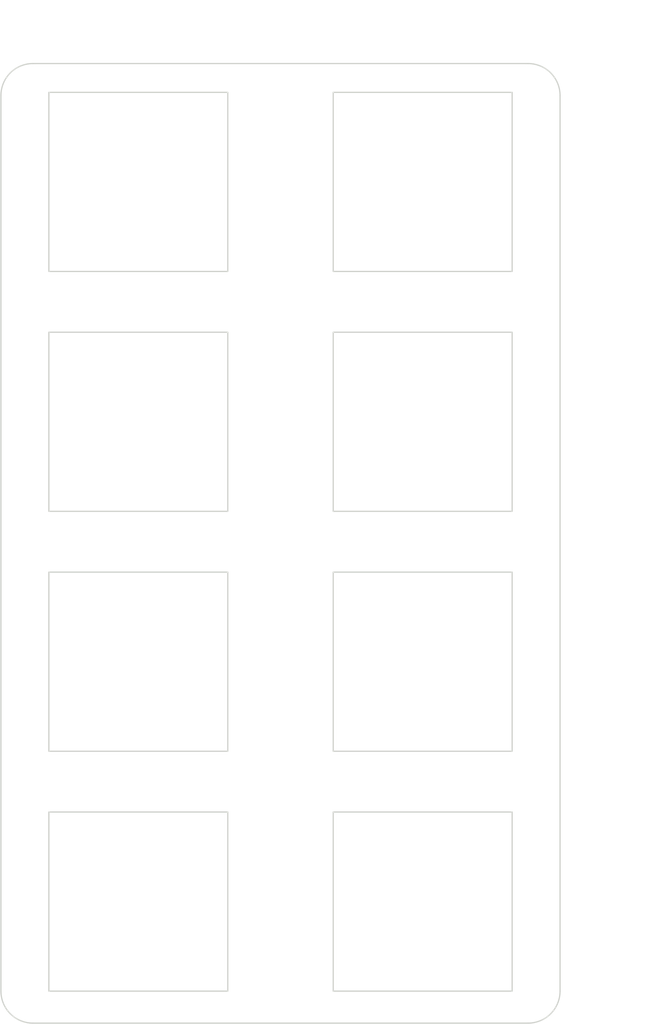
<source format=kicad_pcb>
(kicad_pcb (version 20221018) (generator pcbnew)

  (general
    (thickness 1.6)
  )

  (paper "A4")
  (title_block
    (title "Ultimate Adafruit Macropad - Keyplate")
    (date "2024-01-29")
    (rev "1.0")
    (company "Brecht Van Eeckhoudt")
  )

  (layers
    (0 "F.Cu" signal)
    (31 "B.Cu" signal)
    (32 "B.Adhes" user "B.Adhesive")
    (33 "F.Adhes" user "F.Adhesive")
    (34 "B.Paste" user)
    (35 "F.Paste" user)
    (36 "B.SilkS" user "B.Silkscreen")
    (37 "F.SilkS" user "F.Silkscreen")
    (38 "B.Mask" user)
    (39 "F.Mask" user)
    (40 "Dwgs.User" user "User.Drawings")
    (41 "Cmts.User" user "User.Comments")
    (42 "Eco1.User" user "User.Eco1")
    (43 "Eco2.User" user "User.Eco2")
    (44 "Edge.Cuts" user)
    (45 "Margin" user)
    (46 "B.CrtYd" user "B.Courtyard")
    (47 "F.CrtYd" user "F.Courtyard")
    (48 "B.Fab" user)
    (49 "F.Fab" user)
    (50 "User.1" user)
    (51 "User.2" user)
    (52 "User.3" user)
    (53 "User.4" user)
    (54 "User.5" user)
    (55 "User.6" user)
    (56 "User.7" user)
    (57 "User.8" user)
    (58 "User.9" user)
  )

  (setup
    (pad_to_mask_clearance 0)
    (pcbplotparams
      (layerselection 0x00010f0_ffffffff)
      (plot_on_all_layers_selection 0x0001000_00000000)
      (disableapertmacros false)
      (usegerberextensions false)
      (usegerberattributes true)
      (usegerberadvancedattributes true)
      (creategerberjobfile false)
      (dashed_line_dash_ratio 12.000000)
      (dashed_line_gap_ratio 3.000000)
      (svgprecision 4)
      (plotframeref false)
      (viasonmask false)
      (mode 1)
      (useauxorigin false)
      (hpglpennumber 1)
      (hpglpenspeed 20)
      (hpglpendiameter 15.000000)
      (dxfpolygonmode true)
      (dxfimperialunits true)
      (dxfusepcbnewfont true)
      (psnegative false)
      (psa4output false)
      (plotreference true)
      (plotvalue true)
      (plotinvisibletext false)
      (sketchpadsonfab false)
      (subtractmaskfromsilk false)
      (outputformat 1)
      (mirror false)
      (drillshape 0)
      (scaleselection 1)
      (outputdirectory "gerber")
    )
  )

  (net 0 "")

  (gr_arc (start 182.372 125.73) (mid 181.628051 127.526051) (end 179.832 128.27)
    (stroke (width 0.1) (type default)) (layer "Edge.Cuts") (tstamp 035b0d0b-4663-4189-978c-cd4655b74538))
  (gr_rect (start 141.732 111.506) (end 155.956 125.73)
    (stroke (width 0.1) (type default)) (fill none) (layer "Edge.Cuts") (tstamp 4feeb50b-7856-4a2f-ac21-d7b54f7efb39))
  (gr_rect (start 164.338 111.506) (end 178.562 125.73)
    (stroke (width 0.1) (type default)) (fill none) (layer "Edge.Cuts") (tstamp 50f669d3-7670-422e-a694-2ed8c9630b86))
  (gr_line (start 137.922 125.73) (end 137.922 54.61)
    (stroke (width 0.1) (type default)) (layer "Edge.Cuts") (tstamp 598e3945-c1c7-455f-b764-2b5f962a8e5c))
  (gr_arc (start 137.922 54.61) (mid 138.665949 52.813949) (end 140.462 52.07)
    (stroke (width 0.1) (type default)) (layer "Edge.Cuts") (tstamp 5e61a39b-a5e3-4419-820f-544c0f02ca0a))
  (gr_line (start 140.462 52.07) (end 179.832 52.07)
    (stroke (width 0.1) (type default)) (layer "Edge.Cuts") (tstamp 6ed165b7-c781-4bf4-93ce-06c9a92c2c2d))
  (gr_rect (start 164.338 92.456) (end 178.562 106.68)
    (stroke (width 0.1) (type default)) (fill none) (layer "Edge.Cuts") (tstamp 70b79a38-c323-4301-a23e-7a43545df068))
  (gr_rect (start 164.338 54.356) (end 178.562 68.58)
    (stroke (width 0.1) (type default)) (fill none) (layer "Edge.Cuts") (tstamp 84fd03d0-2992-43cb-bca5-4bf5639003a9))
  (gr_line (start 179.832 128.27) (end 140.462 128.27)
    (stroke (width 0.1) (type default)) (layer "Edge.Cuts") (tstamp 91738cff-0498-43c8-b9f6-393f45b4011b))
  (gr_line (start 182.372 54.61) (end 182.372 125.73)
    (stroke (width 0.1) (type default)) (layer "Edge.Cuts") (tstamp bb7456a5-d6b4-4ec6-8e3a-c92bb84a6dac))
  (gr_arc (start 179.832 52.07) (mid 181.628052 52.813948) (end 182.372 54.61)
    (stroke (width 0.1) (type default)) (layer "Edge.Cuts") (tstamp bf00331f-685e-47a1-a9bd-656721df86ea))
  (gr_rect (start 164.338 73.406) (end 178.562 87.63)
    (stroke (width 0.1) (type default)) (fill none) (layer "Edge.Cuts") (tstamp e1ae1e30-2caa-4cf6-8da6-203f3a8a5241))
  (gr_arc (start 140.462 128.27) (mid 138.665949 127.526051) (end 137.922 125.73)
    (stroke (width 0.1) (type default)) (layer "Edge.Cuts") (tstamp e850f804-0a9b-4695-b21e-791f30010d07))
  (gr_rect (start 141.732 73.406) (end 155.956 87.63)
    (stroke (width 0.1) (type default)) (fill none) (layer "Edge.Cuts") (tstamp ea1b635e-bc9b-4cbc-86cb-a05598ea9c3e))
  (gr_rect (start 141.732 92.456) (end 155.956 106.68)
    (stroke (width 0.1) (type default)) (fill none) (layer "Edge.Cuts") (tstamp ed785de4-3285-494a-b09b-e1c054f992a0))
  (gr_rect (start 141.732 54.356) (end 155.956 68.58)
    (stroke (width 0.1) (type default)) (fill none) (layer "Edge.Cuts") (tstamp ff020d0a-1c5f-467c-9848-22770b095137))
  (dimension (type aligned) (layer "Dwgs.User") (tstamp 6b90639f-ed57-43a4-8bcf-e6d652ac24b0)
    (pts (xy 137.922 54.356) (xy 182.372 54.356))
    (height -5.334)
    (gr_text "44,4500 mm" (at 160.147 47.872) (layer "Dwgs.User") (tstamp 6b90639f-ed57-43a4-8bcf-e6d652ac24b0)
      (effects (font (size 1 1) (thickness 0.15)))
    )
    (format (prefix "") (suffix "") (units 3) (units_format 1) (precision 4))
    (style (thickness 0.15) (arrow_length 1.27) (text_position_mode 0) (extension_height 0.58642) (extension_offset 0.5) keep_text_aligned)
  )
  (dimension (type aligned) (layer "Dwgs.User") (tstamp e6c45e7d-f5a9-4e8f-965d-3651fd7dcf49)
    (pts (xy 179.832 52.07) (xy 179.832 128.27))
    (height -6.23435)
    (gr_text "76,2000 mm" (at 184.91635 90.17 90) (layer "Dwgs.User") (tstamp e6c45e7d-f5a9-4e8f-965d-3651fd7dcf49)
      (effects (font (size 1 1) (thickness 0.15)))
    )
    (format (prefix "") (suffix "") (units 3) (units_format 1) (precision 4))
    (style (thickness 0.15) (arrow_length 1.27) (text_position_mode 0) (extension_height 0.58642) (extension_offset 0.5) keep_text_aligned)
  )

)

</source>
